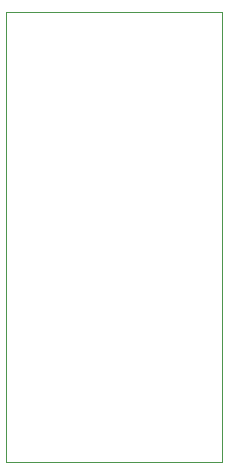
<source format=gbr>
%TF.GenerationSoftware,KiCad,Pcbnew,7.0.6*%
%TF.CreationDate,2024-04-30T22:58:06+02:00*%
%TF.ProjectId,nboard,6e626f61-7264-42e6-9b69-6361645f7063,rev?*%
%TF.SameCoordinates,Original*%
%TF.FileFunction,Profile,NP*%
%FSLAX46Y46*%
G04 Gerber Fmt 4.6, Leading zero omitted, Abs format (unit mm)*
G04 Created by KiCad (PCBNEW 7.0.6) date 2024-04-30 22:58:06*
%MOMM*%
%LPD*%
G01*
G04 APERTURE LIST*
%TA.AperFunction,Profile*%
%ADD10C,0.100000*%
%TD*%
G04 APERTURE END LIST*
D10*
X148230000Y-69975000D02*
X166550000Y-69975000D01*
X166550000Y-108085000D01*
X148230000Y-108085000D01*
X148230000Y-69975000D01*
M02*

</source>
